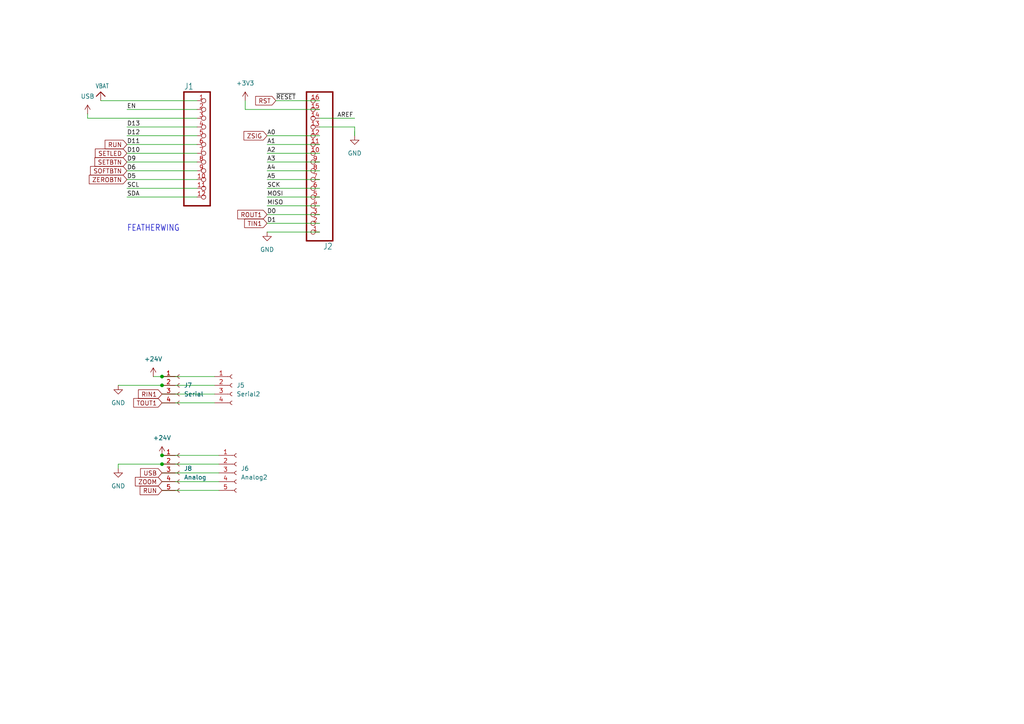
<source format=kicad_sch>
(kicad_sch (version 20231120) (generator "eeschema") (generator_version "8.0")
  (paper "A4")
  (lib_symbols
    (symbol "Adafruit Feather M0 Basic rev C-eagle-import:HEADER-1X12"
      (property "Reference" "JP" (at -6.35 18.415 0))
      (symbol "HEADER-1X12_1_0"
        (polyline (pts (xy -6.35 -15.24) (xy 1.27 -15.24)) (stroke (width 0.4064)))
        (polyline (pts (xy -6.35 17.78) (xy -6.35 -15.24)) (stroke (width 0.4064)))
        (polyline (pts (xy 1.27 -15.24) (xy 1.27 17.78)) (stroke (width 0.4064)))
        (polyline (pts (xy 1.27 17.78) (xy -6.35 17.78)) (stroke (width 0.4064)))
        (pin passive inverted (at -2.54 15.24 0) (length 2.54) (name "1") (number "1"))
        (pin passive inverted (at -2.54 -7.62 0) (length 2.54) (name "10") (number "10"))
        (pin passive inverted (at -2.54 -10.16 0) (length 2.54) (name "11") (number "11"))
        (pin passive inverted (at -2.54 -12.7 0) (length 2.54) (name "12") (number "12"))
        (pin passive inverted (at -2.54 12.7 0) (length 2.54) (name "2") (number "2"))
        (pin passive inverted (at -2.54 10.16 0) (length 2.54) (name "3") (number "3"))
        (pin passive inverted (at -2.54 7.62 0) (length 2.54) (name "4") (number "4"))
        (pin passive inverted (at -2.54 5.08 0) (length 2.54) (name "5") (number "5"))
        (pin passive inverted (at -2.54 2.54 0) (length 2.54) (name "6") (number "6"))
        (pin passive inverted (at -2.54 0 0) (length 2.54) (name "7") (number "7"))
        (pin passive inverted (at -2.54 -2.54 0) (length 2.54) (name "8") (number "8"))
        (pin passive inverted (at -2.54 -5.08 0) (length 2.54) (name "9") (number "9"))
      )
    )
    (symbol "Adafruit Feather M0 Basic rev C-eagle-import:HEADER-1X16ROUND"
      (property "Reference" "JP" (at -6.35 20.955 0))
      (symbol "HEADER-1X16ROUND_1_0"
        (polyline (pts (xy -6.35 -22.86) (xy 1.27 -22.86)) (stroke (width 0.4064)))
        (polyline (pts (xy -6.35 20.32) (xy -6.35 -22.86)) (stroke (width 0.4064)))
        (polyline (pts (xy 1.27 -22.86) (xy 1.27 20.32)) (stroke (width 0.4064)))
        (polyline (pts (xy 1.27 20.32) (xy -6.35 20.32)) (stroke (width 0.4064)))
        (pin passive inverted (at -2.54 17.78 0) (length 2.54) (name "1") (number "1"))
        (pin passive inverted (at -2.54 -5.08 0) (length 2.54) (name "10") (number "10"))
        (pin passive inverted (at -2.54 -7.62 0) (length 2.54) (name "11") (number "11"))
        (pin passive inverted (at -2.54 -10.16 0) (length 2.54) (name "12") (number "12"))
        (pin passive inverted (at -2.54 -12.7 0) (length 2.54) (name "13") (number "13"))
        (pin passive inverted (at -2.54 -15.24 0) (length 2.54) (name "14") (number "14"))
        (pin passive inverted (at -2.54 -17.78 0) (length 2.54) (name "15") (number "15"))
        (pin passive inverted (at -2.54 -20.32 0) (length 2.54) (name "16") (number "16"))
        (pin passive inverted (at -2.54 15.24 0) (length 2.54) (name "2") (number "2"))
        (pin passive inverted (at -2.54 12.7 0) (length 2.54) (name "3") (number "3"))
        (pin passive inverted (at -2.54 10.16 0) (length 2.54) (name "4") (number "4"))
        (pin passive inverted (at -2.54 7.62 0) (length 2.54) (name "5") (number "5"))
        (pin passive inverted (at -2.54 5.08 0) (length 2.54) (name "6") (number "6"))
        (pin passive inverted (at -2.54 2.54 0) (length 2.54) (name "7") (number "7"))
        (pin passive inverted (at -2.54 0 0) (length 2.54) (name "8") (number "8"))
        (pin passive inverted (at -2.54 -2.54 0) (length 2.54) (name "9") (number "9"))
      )
    )
    (symbol "Adafruit Feather M0 Basic rev C-eagle-import:VBAT" (power)
      (symbol "VBAT_1_0"
        (polyline (pts (xy -1.27 -1.27) (xy 0 0)) (stroke (width 0.254)))
        (polyline (pts (xy 0 0) (xy 1.27 -1.27)) (stroke (width 0.254)))
        (pin power_in line (at 0 -2.54 90) (length 2.54) (name "VBAT") (number "1"))
      )
    )
    (symbol "Connector:Conn_01x04_Socket" (pin_names (offset 1.016) hide)
      (property "Reference" "J" (at 0 5.08 0))
      (property "Value" "Conn_01x04_Socket" (at 0 -7.62 0))
      (symbol "Conn_01x04_Socket_1_1"
        (arc (start 0 -4.572) (mid -0.5058 -5.08) (end 0 -5.588) (stroke (width 0.1524)))
        (arc (start 0 -2.032) (mid -0.5058 -2.54) (end 0 -3.048) (stroke (width 0.1524)))
        (polyline (pts (xy -1.27 -5.08) (xy -0.508 -5.08)) (stroke (width 0.1524)))
        (polyline (pts (xy -1.27 -2.54) (xy -0.508 -2.54)) (stroke (width 0.1524)))
        (polyline (pts (xy -1.27 0) (xy -0.508 0)) (stroke (width 0.1524)))
        (polyline (pts (xy -1.27 2.54) (xy -0.508 2.54)) (stroke (width 0.1524)))
        (arc (start 0 0.508) (mid -0.5058 0) (end 0 -0.508) (stroke (width 0.1524)))
        (arc (start 0 3.048) (mid -0.5058 2.54) (end 0 2.032) (stroke (width 0.1524)))
        (pin passive line (at -5.08 2.54 0) (length 3.81) (name "Pin_1") (number "1"))
        (pin passive line (at -5.08 0 0) (length 3.81) (name "Pin_2") (number "2"))
        (pin passive line (at -5.08 -2.54 0) (length 3.81) (name "Pin_3") (number "3"))
        (pin passive line (at -5.08 -5.08 0) (length 3.81) (name "Pin_4") (number "4"))
      )
    )
    (symbol "Connector:Conn_01x05_Socket" (pin_names (offset 1.016) hide)
      (property "Reference" "J" (at 0 7.62 0))
      (property "Value" "Conn_01x05_Socket" (at 0 -7.62 0))
      (symbol "Conn_01x05_Socket_1_1"
        (arc (start 0 -4.572) (mid -0.5058 -5.08) (end 0 -5.588) (stroke (width 0.1524)))
        (arc (start 0 -2.032) (mid -0.5058 -2.54) (end 0 -3.048) (stroke (width 0.1524)))
        (polyline (pts (xy -1.27 -5.08) (xy -0.508 -5.08)) (stroke (width 0.1524)))
        (polyline (pts (xy -1.27 -2.54) (xy -0.508 -2.54)) (stroke (width 0.1524)))
        (polyline (pts (xy -1.27 0) (xy -0.508 0)) (stroke (width 0.1524)))
        (polyline (pts (xy -1.27 2.54) (xy -0.508 2.54)) (stroke (width 0.1524)))
        (polyline (pts (xy -1.27 5.08) (xy -0.508 5.08)) (stroke (width 0.1524)))
        (arc (start 0 0.508) (mid -0.5058 0) (end 0 -0.508) (stroke (width 0.1524)))
        (arc (start 0 3.048) (mid -0.5058 2.54) (end 0 2.032) (stroke (width 0.1524)))
        (arc (start 0 5.588) (mid -0.5058 5.08) (end 0 4.572) (stroke (width 0.1524)))
        (pin passive line (at -5.08 5.08 0) (length 3.81) (name "Pin_1") (number "1"))
        (pin passive line (at -5.08 2.54 0) (length 3.81) (name "Pin_2") (number "2"))
        (pin passive line (at -5.08 0 0) (length 3.81) (name "Pin_3") (number "3"))
        (pin passive line (at -5.08 -2.54 0) (length 3.81) (name "Pin_4") (number "4"))
        (pin passive line (at -5.08 -5.08 0) (length 3.81) (name "Pin_5") (number "5"))
      )
    )
    (symbol "power:+24V" (power) (pin_numbers hide) (pin_names (offset 0) hide)
      (property "Value" "+24V" (at 0 3.556 0))
      (symbol "+24V_0_1"
        (polyline (pts (xy -0.762 1.27) (xy 0 2.54)))
        (polyline (pts (xy 0 0) (xy 0 2.54)))
        (polyline (pts (xy 0 2.54) (xy 0.762 1.27)))
      )
      (symbol "+24V_1_1"
        (pin power_in line (at 0 0 90) (length 0) (name "~") (number "1"))
      )
    )
    (symbol "power:+3V3" (power) (pin_numbers hide) (pin_names (offset 0) hide)
      (property "Value" "+3V3" (at 0 3.556 0))
      (symbol "+3V3_0_1"
        (polyline (pts (xy -0.762 1.27) (xy 0 2.54)))
        (polyline (pts (xy 0 0) (xy 0 2.54)))
        (polyline (pts (xy 0 2.54) (xy 0.762 1.27)))
      )
      (symbol "+3V3_1_1"
        (pin power_in line (at 0 0 90) (length 0) (name "~") (number "1"))
      )
    )
    (symbol "power:+5V" (power) (pin_numbers hide) (pin_names (offset 0) hide)
      (property "Value" "+5V" (at 0 3.556 0))
      (symbol "+5V_0_1"
        (polyline (pts (xy -0.762 1.27) (xy 0 2.54)))
        (polyline (pts (xy 0 0) (xy 0 2.54)))
        (polyline (pts (xy 0 2.54) (xy 0.762 1.27)))
      )
      (symbol "+5V_1_1"
        (pin power_in line (at 0 0 90) (length 0) (name "~") (number "1"))
      )
    )
    (symbol "power:GND" (power) (pin_numbers hide) (pin_names (offset 0) hide)
      (property "Value" "GND" (at 0 -3.81 0))
      (symbol "GND_0_1"
        (polyline (pts (xy 0 0) (xy 0 -1.27) (xy 1.27 -1.27) (xy 0 -2.54) (xy -1.27 -1.27) (xy 0 -1.27)))
      )
      (symbol "GND_1_1"
        (pin power_in line (at 0 0 270) (length 0) (name "~") (number "1"))
      )
    )
  )
  (junction (at 46.99 134.62))
  (junction (at 46.99 111.76))
  (junction (at 46.99 109.22))
  (junction (at 46.99 132.08))
  (wire (pts (xy 77.47 41.91) (xy 92.71 41.91)) (stroke (width 0.1524)))
  (wire (pts (xy 77.47 46.99) (xy 92.71 46.99)) (stroke (width 0.1524)))
  (wire (pts (xy 46.99 111.76) (xy 62.23 111.76)))
  (wire (pts (xy 92.71 54.61) (xy 77.47 54.61)) (stroke (width 0.1524)))
  (wire (pts (xy 25.4 34.29) (xy 57.15 34.29)) (stroke (width 0.1524)))
  (wire (pts (xy 46.99 134.62) (xy 63.5 134.62)))
  (wire (pts (xy 57.15 52.07) (xy 36.83 52.07)) (stroke (width 0.1524)))
  (wire (pts (xy 34.29 135.89) (xy 34.29 134.62)))
  (wire (pts (xy 77.47 67.31) (xy 92.71 67.31)) (stroke (width 0.1524)))
  (wire (pts (xy 71.12 31.75) (xy 92.71 31.75)) (stroke (width 0.1524)))
  (wire (pts (xy 29.21 29.21) (xy 57.15 29.21)) (stroke (width 0.1524)))
  (wire (pts (xy 77.47 52.07) (xy 92.71 52.07)) (stroke (width 0.1524)))
  (wire (pts (xy 57.15 46.99) (xy 36.83 46.99)) (stroke (width 0.1524)))
  (wire (pts (xy 34.29 111.76) (xy 46.99 111.76)))
  (wire (pts (xy 34.29 134.62) (xy 46.99 134.62)))
  (wire (pts (xy 57.15 54.61) (xy 36.83 54.61)) (stroke (width 0.1524)))
  (wire (pts (xy 46.99 132.08) (xy 63.5 132.08)))
  (wire (pts (xy 92.71 29.21) (xy 80.01 29.21)) (stroke (width 0.1524)))
  (wire (pts (xy 92.71 62.23) (xy 77.47 62.23)) (stroke (width 0.1524)))
  (wire (pts (xy 92.71 49.53) (xy 77.47 49.53)) (stroke (width 0.1524)))
  (wire (pts (xy 71.12 29.21) (xy 71.12 31.75)) (stroke (width 0.1524)))
  (wire (pts (xy 92.71 39.37) (xy 77.47 39.37)) (stroke (width 0.1524)))
  (wire (pts (xy 77.47 64.77) (xy 92.71 64.77)) (stroke (width 0.1524)))
  (wire (pts (xy 92.71 57.15) (xy 77.47 57.15)) (stroke (width 0.1524)))
  (wire (pts (xy 102.87 36.83) (xy 102.87 39.37)) (stroke (width 0.1524)))
  (wire (pts (xy 57.15 36.83) (xy 36.83 36.83)) (stroke (width 0.1524)))
  (wire (pts (xy 46.99 142.24) (xy 63.5 142.24)))
  (wire (pts (xy 36.83 49.53) (xy 57.15 49.53)) (stroke (width 0.1524)))
  (wire (pts (xy 46.99 114.3) (xy 62.23 114.3)))
  (wire (pts (xy 36.83 31.75) (xy 57.15 31.75)) (stroke (width 0.1524)))
  (wire (pts (xy 92.71 34.29) (xy 102.87 34.29)) (stroke (width 0.1524)))
  (wire (pts (xy 46.99 139.7) (xy 63.5 139.7)))
  (wire (pts (xy 36.83 57.15) (xy 57.15 57.15)) (stroke (width 0.1524)))
  (wire (pts (xy 77.47 59.69) (xy 92.71 59.69)) (stroke (width 0.1524)))
  (wire (pts (xy 25.4 33.02) (xy 25.4 34.29)) (stroke (width 0.1524)))
  (wire (pts (xy 36.83 44.45) (xy 57.15 44.45)) (stroke (width 0.1524)))
  (wire (pts (xy 92.71 44.45) (xy 77.47 44.45)) (stroke (width 0.1524)))
  (wire (pts (xy 57.15 41.91) (xy 36.83 41.91)) (stroke (width 0.1524)))
  (wire (pts (xy 44.45 109.22) (xy 46.99 109.22)))
  (wire (pts (xy 92.71 36.83) (xy 102.87 36.83)) (stroke (width 0.1524)))
  (wire (pts (xy 46.99 116.84) (xy 62.23 116.84)))
  (wire (pts (xy 46.99 137.16) (xy 63.5 137.16)))
  (wire (pts (xy 46.99 109.22) (xy 62.23 109.22)))
  (wire (pts (xy 36.83 39.37) (xy 57.15 39.37)) (stroke (width 0.1524)))
  (wire (pts (xy 102.87 39.37) (xy 102.87 38.1)))
  (text "FEATHERWING" (at 36.83 67.31 0) (effects (font (size 1.778 1.5113)) (justify left bottom)))
  (label "D1" (at 77.47 64.77 0) (effects (font (size 1.2446 1.2446))))
  (label "SCL" (at 36.83 54.61 0) (effects (font (size 1.2446 1.2446))))
  (label "D5" (at 36.83 52.07 0) (effects (font (size 1.2446 1.2446))))
  (label "MISO" (at 77.47 59.69 0) (effects (font (size 1.2446 1.2446))))
  (label "A1" (at 77.47 41.91 0) (effects (font (size 1.2446 1.2446))))
  (label "~{RESET}" (at 80.01 29.21 0) (effects (font (size 1.2446 1.2446))))
  (label "EN" (at 36.83 31.75 0) (effects (font (size 1.2446 1.2446))))
  (label "A2" (at 77.47 44.45 0) (effects (font (size 1.2446 1.2446))))
  (label "MOSI" (at 77.47 57.15 0) (effects (font (size 1.2446 1.2446))))
  (label "A3" (at 77.47 46.99 0) (effects (font (size 1.2446 1.2446))))
  (label "A5" (at 77.47 52.07 0) (effects (font (size 1.2446 1.2446))))
  (label "D13" (at 36.83 36.83 0) (effects (font (size 1.2446 1.2446))))
  (label "A0" (at 77.47 39.37 0) (effects (font (size 1.2446 1.2446))))
  (label "AREF" (at 97.79 34.29 0) (effects (font (size 1.2446 1.2446))))
  (label "D10" (at 36.83 44.45 0) (effects (font (size 1.2446 1.2446))))
  (label "A4" (at 77.47 49.53 0) (effects (font (size 1.2446 1.2446))))
  (label "SDA" (at 36.83 57.15 0) (effects (font (size 1.2446 1.2446))))
  (label "D11" (at 36.83 41.91 0) (effects (font (size 1.2446 1.2446))))
  (label "D0" (at 77.47 62.23 0) (effects (font (size 1.2446 1.2446))))
  (label "D12" (at 36.83 39.37 0) (effects (font (size 1.2446 1.2446))))
  (label "SCK" (at 77.47 54.61 0) (effects (font (size 1.2446 1.2446))))
  (label "D6" (at 36.83 49.53 0) (effects (font (size 1.2446 1.2446))))
  (label "D9" (at 36.83 46.99 0) (effects (font (size 1.2446 1.2446))))
  (global_label "ZOOM" (shape input) (at 46.99 139.7 180) (property "Intersheetrefs" "${INTERSHEET_REFS}" (effects (hide yes))))
  (global_label "RST" (shape input) (at 80.01 29.21 180) (property "Intersheetrefs" "${INTERSHEET_REFS}" (effects (hide yes))))
  (global_label "RIN1" (shape input) (at 46.99 114.3 180) (property "Intersheetrefs" "${INTERSHEET_REFS}" (effects (hide yes))))
  (global_label "SETLED" (shape input) (at 36.83 44.45 180) (property "Intersheetrefs" "${INTERSHEET_REFS}" (effects (hide yes))))
  (global_label "TIN1" (shape input) (at 77.47 64.77 180) (property "Intersheetrefs" "${INTERSHEET_REFS}" (effects (hide yes))))
  (global_label "ROUT1" (shape input) (at 77.47 62.23 180) (property "Intersheetrefs" "${INTERSHEET_REFS}" (effects (hide yes))))
  (global_label "ZSIG" (shape input) (at 77.47 39.37 180) (property "Intersheetrefs" "${INTERSHEET_REFS}" (effects (hide yes))))
  (global_label "RUN" (shape input) (at 46.99 142.24 180) (property "Intersheetrefs" "${INTERSHEET_REFS}" (effects (hide yes))))
  (global_label "SOFTBTN" (shape input) (at 36.83 49.53 180) (property "Intersheetrefs" "${INTERSHEET_REFS}" (effects (hide yes))))
  (global_label "USB" (shape input) (at 46.99 137.16 180) (property "Intersheetrefs" "${INTERSHEET_REFS}" (effects (hide yes))))
  (global_label "ZEROBTN" (shape input) (at 36.83 52.07 180) (property "Intersheetrefs" "${INTERSHEET_REFS}" (effects (hide yes))))
  (global_label "SETBTN" (shape input) (at 36.83 46.99 180) (property "Intersheetrefs" "${INTERSHEET_REFS}" (effects (hide yes))))
  (global_label "RUN" (shape input) (at 36.83 41.91 180) (property "Intersheetrefs" "${INTERSHEET_REFS}" (effects (hide yes))))
  (global_label "TOUT1" (shape input) (at 46.99 116.84 180) (property "Intersheetrefs" "${INTERSHEET_REFS}" (effects (hide yes))))
  (symbol (lib_id "Adafruit Feather M0 Basic rev C-eagle-import:VBAT") (at 29.21 26.67 0) (unit 1)
    (property "Reference" "#U$01" (effects (hide yes)))
    (property "Value" "VBAT" (at 27.686 25.654 0) (effects (font (size 1.27 1.0795)) (justify left bottom)))
  )
  (symbol (lib_id "Connector:Conn_01x05_Socket") (at 68.58 137.16 0) (unit 1)
    (property "Reference" "J6" (at 69.85 135.8899 0) (effects (justify left)))
    (property "Value" "Analog2" (at 69.85 138.4299 0) (effects (justify left)))
    (property "Footprint" "Connector_PinSocket_2.54mm:PinSocket_1x05_P2.54mm_Vertical" (effects (hide yes)))
    (property "Description" "Generic connector, single row, 01x05, script generated" (effects (hide yes)))
  )
  (symbol (lib_id "power:+5V") (at 25.4 33.02 0) (unit 1)
    (property "Reference" "#PWR019" (effects (hide yes)))
    (property "Value" "USB" (at 25.4 27.94 0))
    (property "Description" "Power symbol creates a global label with name \"+5V\"" (effects (hide yes)))
  )
  (symbol (lib_id "Adafruit Feather M0 Basic rev C-eagle-import:HEADER-1X12") (at 59.69 44.45 0) (unit 1)
    (property "Reference" "J1" (at 53.34 26.035 0) (effects (font (size 1.778 1.5113)) (justify left bottom)))
    (property "Value" "HEADER-1X12" (effects (hide yes)))
    (property "Footprint" "Connector_PinHeader_2.54mm:PinHeader_1x12_P2.54mm_Vertical" (effects (hide yes)))
  )
  (symbol (lib_id "power:GND") (at 102.87 39.37 0) (unit 1)
    (property "Reference" "#PWR022" (effects (hide yes)))
    (property "Value" "GND" (at 102.87 44.45 0))
    (property "Description" "Power symbol creates a global label with name \"GND\" , ground" (effects (hide yes)))
  )
  (symbol (lib_id "power:GND") (at 34.29 111.76 0) (unit 1)
    (property "Reference" "#PWR024" (effects (hide yes)))
    (property "Value" "GND" (at 34.29 116.84 0))
    (property "Description" "Power symbol creates a global label with name \"GND\" , ground" (effects (hide yes)))
  )
  (symbol (lib_id "power:+24V") (at 44.45 109.22 0) (unit 1)
    (property "Reference" "#PWR023" (effects (hide yes)))
    (property "Value" "+24V" (at 44.45 104.14 0))
    (property "Description" "Power symbol creates a global label with name \"+24V\"" (effects (hide yes)))
  )
  (symbol (lib_id "power:GND") (at 77.47 67.31 0) (unit 1)
    (property "Reference" "#PWR021" (effects (hide yes)))
    (property "Value" "GND" (at 77.47 72.39 0))
    (property "Description" "Power symbol creates a global label with name \"GND\" , ground" (effects (hide yes)))
  )
  (symbol (lib_id "Connector:Conn_01x04_Socket") (at 52.07 111.76 0) (unit 1)
    (property "Reference" "J7" (at 53.34 111.7599 0) (effects (justify left)))
    (property "Value" "Serial" (at 53.34 114.2999 0) (effects (justify left)))
    (property "Footprint" "Connector_PinSocket_2.54mm:PinSocket_1x04_P2.54mm_Vertical" (effects (hide yes)))
    (property "Description" "Generic connector, single row, 01x04, script generated" (effects (hide yes)))
  )
  (symbol (lib_id "power:+24V") (at 46.99 132.08 0) (unit 1)
    (property "Reference" "#PWR026" (effects (hide yes)))
    (property "Value" "+24V" (at 46.99 127 0))
    (property "Description" "Power symbol creates a global label with name \"+24V\"" (effects (hide yes)))
  )
  (symbol (lib_id "Connector:Conn_01x05_Socket") (at 52.07 137.16 0) (unit 1)
    (property "Reference" "J8" (at 53.34 135.8899 0) (effects (justify left)))
    (property "Value" "Analog" (at 53.34 138.4299 0) (effects (justify left)))
    (property "Footprint" "Connector_PinSocket_2.54mm:PinSocket_1x05_P2.54mm_Vertical" (effects (hide yes)))
    (property "Description" "Generic connector, single row, 01x05, script generated" (effects (hide yes)))
  )
  (symbol (lib_id "Adafruit Feather M0 Basic rev C-eagle-import:HEADER-1X16ROUND") (at 90.17 49.53 180) (unit 1)
    (property "Reference" "J2" (at 96.52 70.485 0) (effects (font (size 1.778 1.5113)) (justify left bottom)))
    (property "Value" "HEADER-1X16ROUND" (effects (hide yes)))
    (property "Footprint" "Connector_PinHeader_2.54mm:PinHeader_1x16_P2.54mm_Vertical" (effects (hide yes)))
  )
  (symbol (lib_id "power:GND") (at 34.29 135.89 0) (unit 1)
    (property "Reference" "#PWR027" (effects (hide yes)))
    (property "Value" "GND" (at 34.29 140.97 0))
    (property "Description" "Power symbol creates a global label with name \"GND\" , ground" (effects (hide yes)))
  )
  (symbol (lib_id "Connector:Conn_01x04_Socket") (at 67.31 111.76 0) (unit 1)
    (property "Reference" "J5" (at 68.58 111.7599 0) (effects (justify left)))
    (property "Value" "Serial2" (at 68.58 114.2999 0) (effects (justify left)))
    (property "Footprint" "Connector_PinSocket_2.54mm:PinSocket_1x04_P2.54mm_Vertical" (effects (hide yes)))
    (property "Description" "Generic connector, single row, 01x04, script generated" (effects (hide yes)))
  )
  (symbol (lib_id "power:+3V3") (at 71.12 29.21 0) (unit 1)
    (property "Reference" "#PWR020" (effects (hide yes)))
    (property "Value" "+3V3" (at 71.12 24.13 0))
    (property "Description" "Power symbol creates a global label with name \"+3V3\"" (effects (hide yes)))
  )
)
</source>
